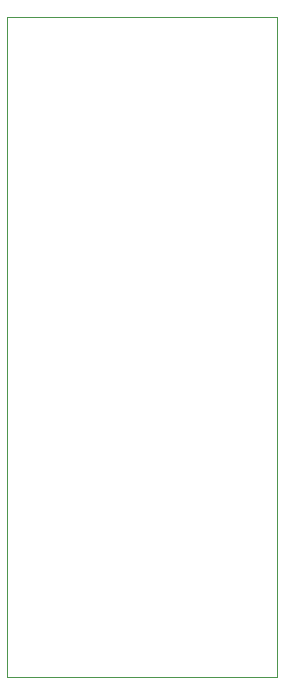
<source format=gbr>
%TF.GenerationSoftware,KiCad,Pcbnew,7.0.2*%
%TF.CreationDate,2024-02-26T12:12:44+02:00*%
%TF.ProjectId,STM32_EVB,53544d33-325f-4455-9642-2e6b69636164,01*%
%TF.SameCoordinates,Original*%
%TF.FileFunction,Profile,NP*%
%FSLAX46Y46*%
G04 Gerber Fmt 4.6, Leading zero omitted, Abs format (unit mm)*
G04 Created by KiCad (PCBNEW 7.0.2) date 2024-02-26 12:12:44*
%MOMM*%
%LPD*%
G01*
G04 APERTURE LIST*
%TA.AperFunction,Profile*%
%ADD10C,0.100000*%
%TD*%
G04 APERTURE END LIST*
D10*
X109220000Y-45720000D02*
X109220000Y-101600000D01*
X86360000Y-101600000D02*
X86360000Y-45720000D01*
X86360000Y-45720000D02*
X109220000Y-45720000D01*
X109220000Y-101600000D02*
X86360000Y-101600000D01*
M02*

</source>
